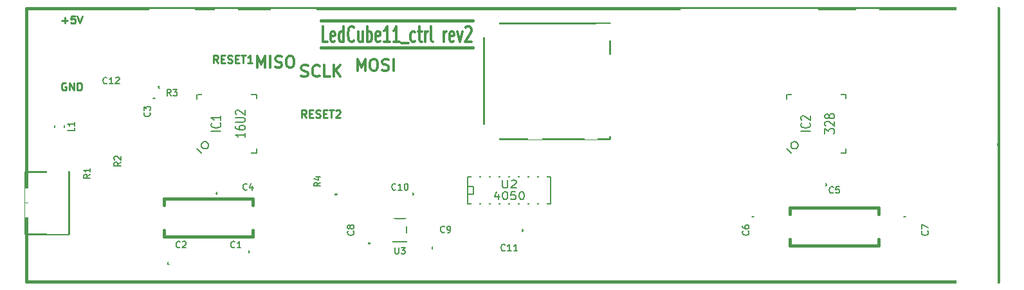
<source format=gto>
G04 (created by PCBNEW-RS274X (2012-apr-16-27)-stable) date 2013-01-24T21:57:43 CET*
G01*
G70*
G90*
%MOIN*%
G04 Gerber Fmt 3.4, Leading zero omitted, Abs format*
%FSLAX34Y34*%
G04 APERTURE LIST*
%ADD10C,0.006000*%
%ADD11C,0.015000*%
%ADD12C,0.012000*%
%ADD13C,0.009800*%
%ADD14C,0.005000*%
%ADD15C,0.008000*%
%ADD16C,0.010000*%
%ADD17C,0.003900*%
%ADD18C,0.006300*%
%ADD19C,0.009900*%
%ADD20C,0.098700*%
%ADD21R,0.037700X0.098700*%
%ADD22R,0.098700X0.037700*%
%ADD23R,0.240500X0.102700*%
%ADD24R,0.100000X0.080000*%
%ADD25R,0.050000X0.040000*%
%ADD26R,0.075000X0.055000*%
%ADD27R,0.055000X0.075000*%
%ADD28R,0.065000X0.045000*%
%ADD29R,0.040000X0.065000*%
%ADD30R,0.118400X0.216900*%
%ADD31R,0.216900X0.118400*%
%ADD32C,0.118400*%
%ADD33R,0.086100X0.051500*%
%ADD34R,0.079100X0.083000*%
%ADD35R,0.079100X0.086900*%
%ADD36R,0.086900X0.079100*%
%ADD37R,0.071200X0.070800*%
%ADD38R,0.075100X0.070800*%
%ADD39R,0.088900X0.035700*%
%ADD40R,0.118400X0.076100*%
%ADD41R,0.075100X0.098700*%
%ADD42R,0.116500X0.071200*%
%ADD43R,0.047600X0.091900*%
G04 APERTURE END LIST*
G54D10*
G54D11*
X21102Y-16850D02*
X28976Y-16850D01*
X21102Y-18268D02*
X28976Y-18268D01*
G54D12*
X21455Y-17962D02*
X21211Y-17962D01*
X21211Y-17162D01*
X21820Y-17924D02*
X21771Y-17962D01*
X21674Y-17962D01*
X21625Y-17924D01*
X21601Y-17848D01*
X21601Y-17543D01*
X21625Y-17467D01*
X21674Y-17428D01*
X21771Y-17428D01*
X21820Y-17467D01*
X21844Y-17543D01*
X21844Y-17619D01*
X21601Y-17695D01*
X22283Y-17962D02*
X22283Y-17162D01*
X22283Y-17924D02*
X22235Y-17962D01*
X22137Y-17962D01*
X22088Y-17924D01*
X22064Y-17886D01*
X22040Y-17809D01*
X22040Y-17581D01*
X22064Y-17505D01*
X22088Y-17467D01*
X22137Y-17428D01*
X22235Y-17428D01*
X22283Y-17467D01*
X22819Y-17886D02*
X22795Y-17924D01*
X22722Y-17962D01*
X22673Y-17962D01*
X22600Y-17924D01*
X22551Y-17848D01*
X22527Y-17771D01*
X22503Y-17619D01*
X22503Y-17505D01*
X22527Y-17352D01*
X22551Y-17276D01*
X22600Y-17200D01*
X22673Y-17162D01*
X22722Y-17162D01*
X22795Y-17200D01*
X22819Y-17238D01*
X23258Y-17428D02*
X23258Y-17962D01*
X23039Y-17428D02*
X23039Y-17848D01*
X23063Y-17924D01*
X23112Y-17962D01*
X23185Y-17962D01*
X23234Y-17924D01*
X23258Y-17886D01*
X23502Y-17962D02*
X23502Y-17162D01*
X23502Y-17467D02*
X23551Y-17428D01*
X23648Y-17428D01*
X23697Y-17467D01*
X23721Y-17505D01*
X23746Y-17581D01*
X23746Y-17809D01*
X23721Y-17886D01*
X23697Y-17924D01*
X23648Y-17962D01*
X23551Y-17962D01*
X23502Y-17924D01*
X24160Y-17924D02*
X24111Y-17962D01*
X24014Y-17962D01*
X23965Y-17924D01*
X23941Y-17848D01*
X23941Y-17543D01*
X23965Y-17467D01*
X24014Y-17428D01*
X24111Y-17428D01*
X24160Y-17467D01*
X24184Y-17543D01*
X24184Y-17619D01*
X23941Y-17695D01*
X24672Y-17962D02*
X24380Y-17962D01*
X24526Y-17962D02*
X24526Y-17162D01*
X24477Y-17276D01*
X24428Y-17352D01*
X24380Y-17390D01*
X25160Y-17962D02*
X24868Y-17962D01*
X25014Y-17962D02*
X25014Y-17162D01*
X24965Y-17276D01*
X24916Y-17352D01*
X24868Y-17390D01*
X25258Y-18038D02*
X25648Y-18038D01*
X25989Y-17924D02*
X25941Y-17962D01*
X25843Y-17962D01*
X25794Y-17924D01*
X25770Y-17886D01*
X25746Y-17809D01*
X25746Y-17581D01*
X25770Y-17505D01*
X25794Y-17467D01*
X25843Y-17428D01*
X25941Y-17428D01*
X25989Y-17467D01*
X26136Y-17428D02*
X26331Y-17428D01*
X26209Y-17162D02*
X26209Y-17848D01*
X26233Y-17924D01*
X26282Y-17962D01*
X26331Y-17962D01*
X26502Y-17962D02*
X26502Y-17428D01*
X26502Y-17581D02*
X26526Y-17505D01*
X26551Y-17467D01*
X26599Y-17428D01*
X26648Y-17428D01*
X26892Y-17962D02*
X26843Y-17924D01*
X26819Y-17848D01*
X26819Y-17162D01*
X27477Y-17962D02*
X27477Y-17428D01*
X27477Y-17581D02*
X27501Y-17505D01*
X27526Y-17467D01*
X27574Y-17428D01*
X27623Y-17428D01*
X27989Y-17924D02*
X27940Y-17962D01*
X27843Y-17962D01*
X27794Y-17924D01*
X27770Y-17848D01*
X27770Y-17543D01*
X27794Y-17467D01*
X27843Y-17428D01*
X27940Y-17428D01*
X27989Y-17467D01*
X28013Y-17543D01*
X28013Y-17619D01*
X27770Y-17695D01*
X28184Y-17428D02*
X28306Y-17962D01*
X28428Y-17428D01*
X28599Y-17238D02*
X28623Y-17200D01*
X28672Y-17162D01*
X28794Y-17162D01*
X28842Y-17200D01*
X28867Y-17238D01*
X28891Y-17314D01*
X28891Y-17390D01*
X28867Y-17505D01*
X28574Y-17962D01*
X28891Y-17962D01*
G54D11*
X05827Y-30394D02*
X05827Y-16220D01*
X56220Y-30394D02*
X05827Y-30394D01*
X56220Y-16220D02*
X56220Y-30394D01*
X05827Y-16220D02*
X56220Y-16220D01*
G54D13*
X07683Y-16859D02*
X07983Y-16859D01*
X07833Y-17009D02*
X07833Y-16709D01*
X08358Y-16615D02*
X08171Y-16615D01*
X08152Y-16803D01*
X08171Y-16784D01*
X08208Y-16766D01*
X08302Y-16766D01*
X08340Y-16784D01*
X08358Y-16803D01*
X08377Y-16841D01*
X08377Y-16934D01*
X08358Y-16972D01*
X08340Y-16991D01*
X08302Y-17009D01*
X08208Y-17009D01*
X08171Y-16991D01*
X08152Y-16972D01*
X08490Y-16615D02*
X08621Y-17009D01*
X08752Y-16615D01*
G54D10*
X17310Y-20225D02*
X17310Y-20675D01*
X15130Y-20225D02*
X15130Y-20665D01*
X17310Y-20225D02*
X15130Y-20225D01*
X17780Y-21105D02*
X18210Y-21105D01*
X17790Y-23315D02*
X18210Y-23315D01*
X18210Y-23325D02*
X18220Y-21105D01*
X14240Y-23305D02*
X14230Y-21135D01*
X14930Y-23735D02*
X17760Y-23735D01*
X14240Y-21125D02*
X14650Y-21125D01*
X14690Y-23485D02*
X14690Y-20705D01*
X17770Y-20685D02*
X14730Y-20685D01*
X17770Y-23735D02*
X17770Y-20735D01*
X15100Y-24185D02*
X17320Y-24185D01*
X17320Y-24185D02*
X17320Y-23735D01*
X14920Y-23731D02*
X14690Y-23501D01*
X15100Y-24183D02*
X15100Y-23731D01*
X14690Y-23305D02*
X14238Y-23305D01*
X15282Y-23323D02*
X15278Y-23359D01*
X15267Y-23394D01*
X15250Y-23427D01*
X15227Y-23455D01*
X15199Y-23478D01*
X15166Y-23496D01*
X15131Y-23507D01*
X15095Y-23510D01*
X15059Y-23507D01*
X15024Y-23497D01*
X14992Y-23480D01*
X14963Y-23457D01*
X14939Y-23429D01*
X14922Y-23397D01*
X14911Y-23362D01*
X14907Y-23325D01*
X14910Y-23290D01*
X14920Y-23254D01*
X14936Y-23222D01*
X14959Y-23193D01*
X14987Y-23169D01*
X15019Y-23151D01*
X15054Y-23140D01*
X15091Y-23136D01*
X15126Y-23138D01*
X15161Y-23148D01*
X15194Y-23165D01*
X15223Y-23187D01*
X15247Y-23215D01*
X15265Y-23247D01*
X15277Y-23282D01*
X15281Y-23318D01*
X15282Y-23323D01*
X47861Y-20225D02*
X47861Y-20675D01*
X45681Y-20225D02*
X45681Y-20665D01*
X47861Y-20225D02*
X45681Y-20225D01*
X48331Y-21105D02*
X48761Y-21105D01*
X48341Y-23315D02*
X48761Y-23315D01*
X48761Y-23325D02*
X48771Y-21105D01*
X44791Y-23305D02*
X44781Y-21135D01*
X45481Y-23735D02*
X48311Y-23735D01*
X44791Y-21125D02*
X45201Y-21125D01*
X45241Y-23485D02*
X45241Y-20705D01*
X48321Y-20685D02*
X45281Y-20685D01*
X48321Y-23735D02*
X48321Y-20735D01*
X45651Y-24185D02*
X47871Y-24185D01*
X47871Y-24185D02*
X47871Y-23735D01*
X45471Y-23731D02*
X45241Y-23501D01*
X45651Y-24183D02*
X45651Y-23731D01*
X45241Y-23305D02*
X44789Y-23305D01*
X45833Y-23323D02*
X45829Y-23359D01*
X45818Y-23394D01*
X45801Y-23427D01*
X45778Y-23455D01*
X45750Y-23478D01*
X45717Y-23496D01*
X45682Y-23507D01*
X45646Y-23510D01*
X45610Y-23507D01*
X45575Y-23497D01*
X45543Y-23480D01*
X45514Y-23457D01*
X45490Y-23429D01*
X45473Y-23397D01*
X45462Y-23362D01*
X45458Y-23325D01*
X45461Y-23290D01*
X45471Y-23254D01*
X45487Y-23222D01*
X45510Y-23193D01*
X45538Y-23169D01*
X45570Y-23151D01*
X45605Y-23140D01*
X45642Y-23136D01*
X45677Y-23138D01*
X45712Y-23148D01*
X45745Y-23165D01*
X45774Y-23187D01*
X45798Y-23215D01*
X45816Y-23247D01*
X45828Y-23282D01*
X45832Y-23318D01*
X45833Y-23323D01*
G54D11*
X12973Y-28071D02*
X17579Y-28071D01*
X17579Y-26103D02*
X12973Y-26103D01*
X17579Y-28071D02*
X17579Y-27737D01*
X17579Y-26103D02*
X17579Y-26437D01*
X12973Y-28071D02*
X12973Y-27737D01*
X12973Y-26103D02*
X12973Y-26437D01*
X50020Y-26575D02*
X45414Y-26575D01*
X45414Y-28543D02*
X50020Y-28543D01*
X45414Y-26575D02*
X45414Y-26909D01*
X45414Y-28543D02*
X45414Y-28209D01*
X50020Y-26575D02*
X50020Y-26909D01*
X50020Y-28543D02*
X50020Y-28209D01*
G54D14*
X09314Y-25882D02*
X10214Y-25882D01*
X10214Y-25882D02*
X10214Y-25232D01*
X09314Y-24532D02*
X09314Y-23882D01*
X09314Y-23882D02*
X10214Y-23882D01*
X10214Y-23882D02*
X10214Y-24532D01*
X09314Y-25232D02*
X09314Y-25882D01*
X10889Y-25252D02*
X11789Y-25252D01*
X11789Y-25252D02*
X11789Y-24602D01*
X10889Y-23902D02*
X10889Y-23252D01*
X10889Y-23252D02*
X11789Y-23252D01*
X11789Y-23252D02*
X11789Y-23902D01*
X10889Y-24602D02*
X10889Y-25252D01*
X25547Y-28317D02*
X24847Y-28317D01*
X24847Y-28317D02*
X24847Y-27117D01*
X24847Y-27117D02*
X25547Y-27117D01*
X25547Y-27117D02*
X25547Y-28317D01*
X23657Y-28367D02*
X23656Y-28376D01*
X23653Y-28386D01*
X23648Y-28394D01*
X23642Y-28402D01*
X23634Y-28408D01*
X23626Y-28413D01*
X23617Y-28415D01*
X23607Y-28416D01*
X23598Y-28416D01*
X23589Y-28413D01*
X23580Y-28408D01*
X23573Y-28402D01*
X23566Y-28395D01*
X23562Y-28386D01*
X23559Y-28377D01*
X23558Y-28367D01*
X23558Y-28358D01*
X23561Y-28349D01*
X23565Y-28340D01*
X23572Y-28333D01*
X23579Y-28326D01*
X23587Y-28322D01*
X23597Y-28319D01*
X23606Y-28318D01*
X23615Y-28318D01*
X23625Y-28321D01*
X23633Y-28325D01*
X23641Y-28331D01*
X23647Y-28339D01*
X23652Y-28347D01*
X23655Y-28356D01*
X23656Y-28366D01*
X23657Y-28367D01*
X23607Y-27917D02*
X23607Y-28317D01*
X23607Y-28317D02*
X23007Y-28317D01*
X23007Y-28317D02*
X23007Y-27917D01*
X23007Y-27517D02*
X23007Y-27117D01*
X23007Y-27117D02*
X23607Y-27117D01*
X23607Y-27117D02*
X23607Y-27517D01*
X26959Y-28646D02*
X26958Y-28655D01*
X26955Y-28665D01*
X26950Y-28673D01*
X26944Y-28681D01*
X26936Y-28687D01*
X26928Y-28692D01*
X26919Y-28694D01*
X26909Y-28695D01*
X26900Y-28695D01*
X26891Y-28692D01*
X26882Y-28687D01*
X26875Y-28681D01*
X26868Y-28674D01*
X26864Y-28665D01*
X26861Y-28656D01*
X26860Y-28646D01*
X26860Y-28637D01*
X26863Y-28628D01*
X26867Y-28619D01*
X26874Y-28612D01*
X26881Y-28605D01*
X26889Y-28601D01*
X26899Y-28598D01*
X26908Y-28597D01*
X26917Y-28597D01*
X26927Y-28600D01*
X26935Y-28604D01*
X26943Y-28610D01*
X26949Y-28618D01*
X26954Y-28626D01*
X26957Y-28635D01*
X26958Y-28645D01*
X26959Y-28646D01*
X27359Y-28646D02*
X26959Y-28646D01*
X26959Y-28646D02*
X26959Y-28046D01*
X26959Y-28046D02*
X27359Y-28046D01*
X27759Y-28046D02*
X28159Y-28046D01*
X28159Y-28046D02*
X28159Y-28646D01*
X28159Y-28646D02*
X27759Y-28646D01*
X25897Y-25842D02*
X25896Y-25851D01*
X25893Y-25861D01*
X25888Y-25869D01*
X25882Y-25877D01*
X25874Y-25883D01*
X25866Y-25888D01*
X25857Y-25890D01*
X25847Y-25891D01*
X25838Y-25891D01*
X25829Y-25888D01*
X25820Y-25883D01*
X25813Y-25877D01*
X25806Y-25870D01*
X25802Y-25861D01*
X25799Y-25852D01*
X25798Y-25842D01*
X25798Y-25833D01*
X25801Y-25824D01*
X25805Y-25815D01*
X25812Y-25808D01*
X25819Y-25801D01*
X25827Y-25797D01*
X25837Y-25794D01*
X25846Y-25793D01*
X25855Y-25793D01*
X25865Y-25796D01*
X25873Y-25800D01*
X25881Y-25806D01*
X25887Y-25814D01*
X25892Y-25822D01*
X25895Y-25831D01*
X25896Y-25841D01*
X25897Y-25842D01*
X25397Y-25842D02*
X25797Y-25842D01*
X25797Y-25842D02*
X25797Y-26442D01*
X25797Y-26442D02*
X25397Y-26442D01*
X24997Y-26442D02*
X24597Y-26442D01*
X24597Y-26442D02*
X24597Y-25842D01*
X24597Y-25842D02*
X24997Y-25842D01*
X17393Y-28834D02*
X17392Y-28843D01*
X17389Y-28853D01*
X17384Y-28861D01*
X17378Y-28869D01*
X17370Y-28875D01*
X17362Y-28880D01*
X17353Y-28882D01*
X17343Y-28883D01*
X17334Y-28883D01*
X17325Y-28880D01*
X17316Y-28875D01*
X17309Y-28869D01*
X17302Y-28862D01*
X17298Y-28853D01*
X17295Y-28844D01*
X17294Y-28834D01*
X17294Y-28825D01*
X17297Y-28816D01*
X17301Y-28807D01*
X17308Y-28800D01*
X17315Y-28793D01*
X17323Y-28789D01*
X17333Y-28786D01*
X17342Y-28785D01*
X17351Y-28785D01*
X17361Y-28788D01*
X17369Y-28792D01*
X17377Y-28798D01*
X17383Y-28806D01*
X17388Y-28814D01*
X17391Y-28823D01*
X17392Y-28833D01*
X17393Y-28834D01*
X16893Y-28834D02*
X17293Y-28834D01*
X17293Y-28834D02*
X17293Y-29434D01*
X17293Y-29434D02*
X16893Y-29434D01*
X16493Y-29434D02*
X16093Y-29434D01*
X16093Y-29434D02*
X16093Y-28834D01*
X16093Y-28834D02*
X16493Y-28834D01*
X13258Y-29434D02*
X13257Y-29443D01*
X13254Y-29453D01*
X13249Y-29461D01*
X13243Y-29469D01*
X13235Y-29475D01*
X13227Y-29480D01*
X13218Y-29482D01*
X13208Y-29483D01*
X13199Y-29483D01*
X13190Y-29480D01*
X13181Y-29475D01*
X13174Y-29469D01*
X13167Y-29462D01*
X13163Y-29453D01*
X13160Y-29444D01*
X13159Y-29434D01*
X13159Y-29425D01*
X13162Y-29416D01*
X13166Y-29407D01*
X13173Y-29400D01*
X13180Y-29393D01*
X13188Y-29389D01*
X13198Y-29386D01*
X13207Y-29385D01*
X13216Y-29385D01*
X13226Y-29388D01*
X13234Y-29392D01*
X13242Y-29398D01*
X13248Y-29406D01*
X13253Y-29414D01*
X13256Y-29423D01*
X13257Y-29433D01*
X13258Y-29434D01*
X13658Y-29434D02*
X13258Y-29434D01*
X13258Y-29434D02*
X13258Y-28834D01*
X13258Y-28834D02*
X13658Y-28834D01*
X14058Y-28834D02*
X14458Y-28834D01*
X14458Y-28834D02*
X14458Y-29434D01*
X14458Y-29434D02*
X14058Y-29434D01*
X12506Y-20925D02*
X12505Y-20934D01*
X12502Y-20944D01*
X12497Y-20952D01*
X12491Y-20960D01*
X12483Y-20966D01*
X12475Y-20971D01*
X12466Y-20973D01*
X12456Y-20974D01*
X12447Y-20974D01*
X12438Y-20971D01*
X12429Y-20966D01*
X12422Y-20960D01*
X12415Y-20953D01*
X12411Y-20944D01*
X12408Y-20935D01*
X12407Y-20925D01*
X12407Y-20916D01*
X12410Y-20907D01*
X12414Y-20898D01*
X12421Y-20891D01*
X12428Y-20884D01*
X12436Y-20880D01*
X12446Y-20877D01*
X12455Y-20876D01*
X12464Y-20876D01*
X12474Y-20879D01*
X12482Y-20883D01*
X12490Y-20889D01*
X12496Y-20897D01*
X12501Y-20905D01*
X12504Y-20914D01*
X12505Y-20924D01*
X12506Y-20925D01*
X12456Y-21375D02*
X12456Y-20975D01*
X12456Y-20975D02*
X13056Y-20975D01*
X13056Y-20975D02*
X13056Y-21375D01*
X13056Y-21775D02*
X13056Y-22175D01*
X13056Y-22175D02*
X12456Y-22175D01*
X12456Y-22175D02*
X12456Y-21775D01*
X15778Y-25812D02*
X15777Y-25821D01*
X15774Y-25831D01*
X15769Y-25839D01*
X15763Y-25847D01*
X15755Y-25853D01*
X15747Y-25858D01*
X15738Y-25860D01*
X15728Y-25861D01*
X15719Y-25861D01*
X15710Y-25858D01*
X15701Y-25853D01*
X15694Y-25847D01*
X15687Y-25840D01*
X15683Y-25831D01*
X15680Y-25822D01*
X15679Y-25812D01*
X15679Y-25803D01*
X15682Y-25794D01*
X15686Y-25785D01*
X15693Y-25778D01*
X15700Y-25771D01*
X15708Y-25767D01*
X15718Y-25764D01*
X15727Y-25763D01*
X15736Y-25763D01*
X15746Y-25766D01*
X15754Y-25770D01*
X15762Y-25776D01*
X15768Y-25784D01*
X15773Y-25792D01*
X15776Y-25801D01*
X15777Y-25811D01*
X15778Y-25812D01*
X16178Y-25812D02*
X15778Y-25812D01*
X15778Y-25812D02*
X15778Y-25212D01*
X15778Y-25212D02*
X16178Y-25212D01*
X16578Y-25212D02*
X16978Y-25212D01*
X16978Y-25212D02*
X16978Y-25812D01*
X16978Y-25812D02*
X16578Y-25812D01*
X47314Y-25369D02*
X47313Y-25378D01*
X47310Y-25388D01*
X47305Y-25396D01*
X47299Y-25404D01*
X47291Y-25410D01*
X47283Y-25415D01*
X47274Y-25417D01*
X47264Y-25418D01*
X47255Y-25418D01*
X47246Y-25415D01*
X47237Y-25410D01*
X47230Y-25404D01*
X47223Y-25397D01*
X47219Y-25388D01*
X47216Y-25379D01*
X47215Y-25369D01*
X47215Y-25360D01*
X47218Y-25351D01*
X47222Y-25342D01*
X47229Y-25335D01*
X47236Y-25328D01*
X47244Y-25324D01*
X47254Y-25321D01*
X47263Y-25320D01*
X47272Y-25320D01*
X47282Y-25323D01*
X47290Y-25327D01*
X47298Y-25333D01*
X47304Y-25341D01*
X47309Y-25349D01*
X47312Y-25358D01*
X47313Y-25368D01*
X47314Y-25369D01*
X46814Y-25369D02*
X47214Y-25369D01*
X47214Y-25369D02*
X47214Y-25969D01*
X47214Y-25969D02*
X46814Y-25969D01*
X46414Y-25969D02*
X46014Y-25969D01*
X46014Y-25969D02*
X46014Y-25369D01*
X46014Y-25369D02*
X46414Y-25369D01*
X43530Y-27067D02*
X43529Y-27076D01*
X43526Y-27086D01*
X43521Y-27094D01*
X43515Y-27102D01*
X43507Y-27108D01*
X43499Y-27113D01*
X43490Y-27115D01*
X43480Y-27116D01*
X43471Y-27116D01*
X43462Y-27113D01*
X43453Y-27108D01*
X43446Y-27102D01*
X43439Y-27095D01*
X43435Y-27086D01*
X43432Y-27077D01*
X43431Y-27067D01*
X43431Y-27058D01*
X43434Y-27049D01*
X43438Y-27040D01*
X43445Y-27033D01*
X43452Y-27026D01*
X43460Y-27022D01*
X43470Y-27019D01*
X43479Y-27018D01*
X43488Y-27018D01*
X43498Y-27021D01*
X43506Y-27025D01*
X43514Y-27031D01*
X43520Y-27039D01*
X43525Y-27047D01*
X43528Y-27056D01*
X43529Y-27066D01*
X43530Y-27067D01*
X43480Y-27517D02*
X43480Y-27117D01*
X43480Y-27117D02*
X44080Y-27117D01*
X44080Y-27117D02*
X44080Y-27517D01*
X44080Y-27917D02*
X44080Y-28317D01*
X44080Y-28317D02*
X43480Y-28317D01*
X43480Y-28317D02*
X43480Y-27917D01*
X51404Y-27067D02*
X51403Y-27076D01*
X51400Y-27086D01*
X51395Y-27094D01*
X51389Y-27102D01*
X51381Y-27108D01*
X51373Y-27113D01*
X51364Y-27115D01*
X51354Y-27116D01*
X51345Y-27116D01*
X51336Y-27113D01*
X51327Y-27108D01*
X51320Y-27102D01*
X51313Y-27095D01*
X51309Y-27086D01*
X51306Y-27077D01*
X51305Y-27067D01*
X51305Y-27058D01*
X51308Y-27049D01*
X51312Y-27040D01*
X51319Y-27033D01*
X51326Y-27026D01*
X51334Y-27022D01*
X51344Y-27019D01*
X51353Y-27018D01*
X51362Y-27018D01*
X51372Y-27021D01*
X51380Y-27025D01*
X51388Y-27031D01*
X51394Y-27039D01*
X51399Y-27047D01*
X51402Y-27056D01*
X51403Y-27066D01*
X51404Y-27067D01*
X51354Y-27517D02*
X51354Y-27117D01*
X51354Y-27117D02*
X51954Y-27117D01*
X51954Y-27117D02*
X51954Y-27517D01*
X51954Y-27917D02*
X51954Y-28317D01*
X51954Y-28317D02*
X51354Y-28317D01*
X51354Y-28317D02*
X51354Y-27917D01*
X07809Y-21912D02*
X07809Y-22812D01*
X07809Y-22812D02*
X07309Y-22812D01*
X07309Y-22812D02*
X07309Y-21912D01*
X07309Y-21912D02*
X07809Y-21912D01*
X12786Y-20300D02*
X12785Y-20309D01*
X12782Y-20319D01*
X12777Y-20327D01*
X12771Y-20335D01*
X12763Y-20341D01*
X12755Y-20346D01*
X12746Y-20348D01*
X12736Y-20349D01*
X12727Y-20349D01*
X12718Y-20346D01*
X12709Y-20341D01*
X12702Y-20335D01*
X12695Y-20328D01*
X12691Y-20319D01*
X12688Y-20310D01*
X12687Y-20300D01*
X12687Y-20291D01*
X12690Y-20282D01*
X12694Y-20273D01*
X12701Y-20266D01*
X12708Y-20259D01*
X12716Y-20255D01*
X12726Y-20252D01*
X12735Y-20251D01*
X12744Y-20251D01*
X12754Y-20254D01*
X12762Y-20258D01*
X12770Y-20264D01*
X12776Y-20272D01*
X12781Y-20280D01*
X12784Y-20289D01*
X12785Y-20299D01*
X12786Y-20300D01*
X13186Y-20300D02*
X12786Y-20300D01*
X12786Y-20300D02*
X12786Y-19700D01*
X12786Y-19700D02*
X13186Y-19700D01*
X13586Y-19700D02*
X13986Y-19700D01*
X13986Y-19700D02*
X13986Y-20300D01*
X13986Y-20300D02*
X13586Y-20300D01*
X21925Y-25847D02*
X21924Y-25856D01*
X21921Y-25866D01*
X21916Y-25874D01*
X21910Y-25882D01*
X21902Y-25888D01*
X21894Y-25893D01*
X21885Y-25895D01*
X21875Y-25896D01*
X21866Y-25896D01*
X21857Y-25893D01*
X21848Y-25888D01*
X21841Y-25882D01*
X21834Y-25875D01*
X21830Y-25866D01*
X21827Y-25857D01*
X21826Y-25847D01*
X21826Y-25838D01*
X21829Y-25829D01*
X21833Y-25820D01*
X21840Y-25813D01*
X21847Y-25806D01*
X21855Y-25802D01*
X21865Y-25799D01*
X21874Y-25798D01*
X21883Y-25798D01*
X21893Y-25801D01*
X21901Y-25805D01*
X21909Y-25811D01*
X21915Y-25819D01*
X21920Y-25827D01*
X21923Y-25836D01*
X21924Y-25846D01*
X21925Y-25847D01*
X21875Y-25397D02*
X21875Y-25797D01*
X21875Y-25797D02*
X21275Y-25797D01*
X21275Y-25797D02*
X21275Y-25397D01*
X21275Y-24997D02*
X21275Y-24597D01*
X21275Y-24597D02*
X21875Y-24597D01*
X21875Y-24597D02*
X21875Y-24997D01*
X31566Y-27731D02*
X31565Y-27740D01*
X31562Y-27750D01*
X31557Y-27758D01*
X31551Y-27766D01*
X31543Y-27772D01*
X31535Y-27777D01*
X31526Y-27779D01*
X31516Y-27780D01*
X31507Y-27780D01*
X31498Y-27777D01*
X31489Y-27772D01*
X31482Y-27766D01*
X31475Y-27759D01*
X31471Y-27750D01*
X31468Y-27741D01*
X31467Y-27731D01*
X31467Y-27722D01*
X31470Y-27713D01*
X31474Y-27704D01*
X31481Y-27697D01*
X31488Y-27690D01*
X31496Y-27686D01*
X31506Y-27683D01*
X31515Y-27682D01*
X31524Y-27682D01*
X31534Y-27685D01*
X31542Y-27689D01*
X31550Y-27695D01*
X31556Y-27703D01*
X31561Y-27711D01*
X31564Y-27720D01*
X31565Y-27730D01*
X31566Y-27731D01*
X31066Y-27731D02*
X31466Y-27731D01*
X31466Y-27731D02*
X31466Y-28331D01*
X31466Y-28331D02*
X31066Y-28331D01*
X30666Y-28331D02*
X30266Y-28331D01*
X30266Y-28331D02*
X30266Y-27731D01*
X30266Y-27731D02*
X30666Y-27731D01*
G54D15*
X28716Y-24969D02*
X33016Y-24969D01*
X33016Y-24969D02*
X33016Y-26369D01*
X33016Y-26369D02*
X28716Y-26369D01*
X28716Y-26369D02*
X28716Y-24969D01*
X28716Y-25469D02*
X29016Y-25469D01*
X29016Y-25469D02*
X29016Y-25869D01*
X29016Y-25869D02*
X28716Y-25869D01*
G54D14*
X09786Y-19583D02*
X10686Y-19583D01*
X10686Y-19583D02*
X10686Y-18933D01*
X09786Y-18233D02*
X09786Y-17583D01*
X09786Y-17583D02*
X10686Y-17583D01*
X10686Y-17583D02*
X10686Y-18233D01*
X09786Y-18933D02*
X09786Y-19583D01*
G54D16*
X29527Y-17008D02*
X29527Y-22992D01*
X29527Y-22992D02*
X36063Y-22992D01*
X36063Y-22992D02*
X36063Y-17087D01*
G54D17*
X36063Y-17087D02*
X36063Y-17008D01*
G54D16*
X36063Y-17008D02*
X29527Y-17008D01*
X05788Y-27913D02*
X08032Y-27913D01*
X08032Y-27913D02*
X08032Y-24685D01*
X08032Y-24685D02*
X05788Y-24685D01*
X05788Y-24685D02*
X05788Y-27913D01*
G54D15*
X15922Y-22595D02*
X15422Y-22595D01*
X15875Y-22176D02*
X15899Y-22195D01*
X15922Y-22252D01*
X15922Y-22290D01*
X15899Y-22348D01*
X15851Y-22386D01*
X15803Y-22405D01*
X15708Y-22424D01*
X15637Y-22424D01*
X15541Y-22405D01*
X15494Y-22386D01*
X15446Y-22348D01*
X15422Y-22290D01*
X15422Y-22252D01*
X15446Y-22195D01*
X15470Y-22176D01*
X15922Y-21795D02*
X15922Y-22024D01*
X15922Y-21910D02*
X15422Y-21910D01*
X15494Y-21948D01*
X15541Y-21986D01*
X15565Y-22024D01*
X17172Y-22681D02*
X17172Y-22910D01*
X17172Y-22796D02*
X16672Y-22796D01*
X16744Y-22834D01*
X16791Y-22872D01*
X16815Y-22910D01*
X16672Y-22338D02*
X16672Y-22415D01*
X16696Y-22453D01*
X16720Y-22472D01*
X16791Y-22510D01*
X16887Y-22529D01*
X17077Y-22529D01*
X17125Y-22510D01*
X17149Y-22491D01*
X17172Y-22453D01*
X17172Y-22376D01*
X17149Y-22338D01*
X17125Y-22319D01*
X17077Y-22300D01*
X16958Y-22300D01*
X16910Y-22319D01*
X16887Y-22338D01*
X16863Y-22376D01*
X16863Y-22453D01*
X16887Y-22491D01*
X16910Y-22510D01*
X16958Y-22529D01*
X16672Y-22129D02*
X17077Y-22129D01*
X17125Y-22110D01*
X17149Y-22091D01*
X17172Y-22053D01*
X17172Y-21976D01*
X17149Y-21938D01*
X17125Y-21919D01*
X17077Y-21900D01*
X16672Y-21900D01*
X16720Y-21729D02*
X16696Y-21710D01*
X16672Y-21672D01*
X16672Y-21576D01*
X16696Y-21538D01*
X16720Y-21519D01*
X16768Y-21500D01*
X16815Y-21500D01*
X16887Y-21519D01*
X17172Y-21748D01*
X17172Y-21500D01*
X46473Y-22595D02*
X45973Y-22595D01*
X46426Y-22176D02*
X46450Y-22195D01*
X46473Y-22252D01*
X46473Y-22290D01*
X46450Y-22348D01*
X46402Y-22386D01*
X46354Y-22405D01*
X46259Y-22424D01*
X46188Y-22424D01*
X46092Y-22405D01*
X46045Y-22386D01*
X45997Y-22348D01*
X45973Y-22290D01*
X45973Y-22252D01*
X45997Y-22195D01*
X46021Y-22176D01*
X46021Y-22024D02*
X45997Y-22005D01*
X45973Y-21967D01*
X45973Y-21871D01*
X45997Y-21833D01*
X46021Y-21814D01*
X46069Y-21795D01*
X46116Y-21795D01*
X46188Y-21814D01*
X46473Y-22043D01*
X46473Y-21795D01*
X47223Y-22719D02*
X47223Y-22471D01*
X47414Y-22605D01*
X47414Y-22547D01*
X47438Y-22509D01*
X47461Y-22490D01*
X47509Y-22471D01*
X47628Y-22471D01*
X47676Y-22490D01*
X47700Y-22509D01*
X47723Y-22547D01*
X47723Y-22662D01*
X47700Y-22700D01*
X47676Y-22719D01*
X47271Y-22319D02*
X47247Y-22300D01*
X47223Y-22262D01*
X47223Y-22166D01*
X47247Y-22128D01*
X47271Y-22109D01*
X47319Y-22090D01*
X47366Y-22090D01*
X47438Y-22109D01*
X47723Y-22338D01*
X47723Y-22090D01*
X47438Y-21862D02*
X47414Y-21900D01*
X47390Y-21919D01*
X47342Y-21938D01*
X47319Y-21938D01*
X47271Y-21919D01*
X47247Y-21900D01*
X47223Y-21862D01*
X47223Y-21785D01*
X47247Y-21747D01*
X47271Y-21728D01*
X47319Y-21709D01*
X47342Y-21709D01*
X47390Y-21728D01*
X47414Y-21747D01*
X47438Y-21785D01*
X47438Y-21862D01*
X47461Y-21900D01*
X47485Y-21919D01*
X47533Y-21938D01*
X47628Y-21938D01*
X47676Y-21919D01*
X47700Y-21900D01*
X47723Y-21862D01*
X47723Y-21785D01*
X47700Y-21747D01*
X47676Y-21728D01*
X47628Y-21709D01*
X47533Y-21709D01*
X47485Y-21728D01*
X47461Y-21747D01*
X47438Y-21785D01*
G54D18*
X09149Y-24838D02*
X08990Y-24949D01*
X09149Y-25029D02*
X08814Y-25029D01*
X08814Y-24902D01*
X08830Y-24870D01*
X08846Y-24854D01*
X08878Y-24838D01*
X08926Y-24838D01*
X08958Y-24854D01*
X08974Y-24870D01*
X08990Y-24902D01*
X08990Y-25029D01*
X09149Y-24519D02*
X09149Y-24710D01*
X09149Y-24614D02*
X08814Y-24614D01*
X08862Y-24646D01*
X08894Y-24678D01*
X08910Y-24710D01*
X10724Y-24208D02*
X10565Y-24319D01*
X10724Y-24399D02*
X10389Y-24399D01*
X10389Y-24272D01*
X10405Y-24240D01*
X10421Y-24224D01*
X10453Y-24208D01*
X10501Y-24208D01*
X10533Y-24224D01*
X10549Y-24240D01*
X10565Y-24272D01*
X10565Y-24399D01*
X10421Y-24080D02*
X10405Y-24064D01*
X10389Y-24032D01*
X10389Y-23953D01*
X10405Y-23921D01*
X10421Y-23905D01*
X10453Y-23889D01*
X10485Y-23889D01*
X10533Y-23905D01*
X10724Y-24096D01*
X10724Y-23889D01*
X24942Y-28619D02*
X24942Y-28890D01*
X24958Y-28922D01*
X24974Y-28938D01*
X25006Y-28954D01*
X25069Y-28954D01*
X25101Y-28938D01*
X25117Y-28922D01*
X25133Y-28890D01*
X25133Y-28619D01*
X25261Y-28619D02*
X25468Y-28619D01*
X25357Y-28747D01*
X25404Y-28747D01*
X25436Y-28763D01*
X25452Y-28779D01*
X25468Y-28811D01*
X25468Y-28890D01*
X25452Y-28922D01*
X25436Y-28938D01*
X25404Y-28954D01*
X25309Y-28954D01*
X25277Y-28938D01*
X25261Y-28922D01*
X22780Y-27773D02*
X22796Y-27789D01*
X22812Y-27837D01*
X22812Y-27869D01*
X22796Y-27916D01*
X22764Y-27948D01*
X22732Y-27964D01*
X22669Y-27980D01*
X22621Y-27980D01*
X22557Y-27964D01*
X22525Y-27948D01*
X22493Y-27916D01*
X22477Y-27869D01*
X22477Y-27837D01*
X22493Y-27789D01*
X22509Y-27773D01*
X22621Y-27581D02*
X22605Y-27613D01*
X22589Y-27629D01*
X22557Y-27645D01*
X22541Y-27645D01*
X22509Y-27629D01*
X22493Y-27613D01*
X22477Y-27581D01*
X22477Y-27518D01*
X22493Y-27486D01*
X22509Y-27470D01*
X22541Y-27454D01*
X22557Y-27454D01*
X22589Y-27470D01*
X22605Y-27486D01*
X22621Y-27518D01*
X22621Y-27581D01*
X22637Y-27613D01*
X22653Y-27629D01*
X22684Y-27645D01*
X22748Y-27645D01*
X22780Y-27629D01*
X22796Y-27613D01*
X22812Y-27581D01*
X22812Y-27518D01*
X22796Y-27486D01*
X22780Y-27470D01*
X22748Y-27454D01*
X22684Y-27454D01*
X22653Y-27470D01*
X22637Y-27486D01*
X22621Y-27518D01*
X27503Y-27820D02*
X27487Y-27836D01*
X27439Y-27852D01*
X27407Y-27852D01*
X27360Y-27836D01*
X27328Y-27804D01*
X27312Y-27772D01*
X27296Y-27709D01*
X27296Y-27661D01*
X27312Y-27597D01*
X27328Y-27565D01*
X27360Y-27533D01*
X27407Y-27517D01*
X27439Y-27517D01*
X27487Y-27533D01*
X27503Y-27549D01*
X27663Y-27852D02*
X27727Y-27852D01*
X27758Y-27836D01*
X27774Y-27820D01*
X27806Y-27772D01*
X27822Y-27709D01*
X27822Y-27581D01*
X27806Y-27549D01*
X27790Y-27533D01*
X27758Y-27517D01*
X27695Y-27517D01*
X27663Y-27533D01*
X27647Y-27549D01*
X27631Y-27581D01*
X27631Y-27661D01*
X27647Y-27693D01*
X27663Y-27709D01*
X27695Y-27724D01*
X27758Y-27724D01*
X27790Y-27709D01*
X27806Y-27693D01*
X27822Y-27661D01*
X24982Y-25615D02*
X24966Y-25631D01*
X24918Y-25647D01*
X24886Y-25647D01*
X24839Y-25631D01*
X24807Y-25599D01*
X24791Y-25567D01*
X24775Y-25504D01*
X24775Y-25456D01*
X24791Y-25392D01*
X24807Y-25360D01*
X24839Y-25328D01*
X24886Y-25312D01*
X24918Y-25312D01*
X24966Y-25328D01*
X24982Y-25344D01*
X25301Y-25647D02*
X25110Y-25647D01*
X25206Y-25647D02*
X25206Y-25312D01*
X25174Y-25360D01*
X25142Y-25392D01*
X25110Y-25408D01*
X25509Y-25312D02*
X25540Y-25312D01*
X25572Y-25328D01*
X25588Y-25344D01*
X25604Y-25376D01*
X25620Y-25440D01*
X25620Y-25519D01*
X25604Y-25583D01*
X25588Y-25615D01*
X25572Y-25631D01*
X25540Y-25647D01*
X25509Y-25647D01*
X25477Y-25631D01*
X25461Y-25615D01*
X25445Y-25583D01*
X25429Y-25519D01*
X25429Y-25440D01*
X25445Y-25376D01*
X25461Y-25344D01*
X25477Y-25328D01*
X25509Y-25312D01*
X16637Y-28607D02*
X16621Y-28623D01*
X16573Y-28639D01*
X16541Y-28639D01*
X16494Y-28623D01*
X16462Y-28591D01*
X16446Y-28559D01*
X16430Y-28496D01*
X16430Y-28448D01*
X16446Y-28384D01*
X16462Y-28352D01*
X16494Y-28320D01*
X16541Y-28304D01*
X16573Y-28304D01*
X16621Y-28320D01*
X16637Y-28336D01*
X16956Y-28639D02*
X16765Y-28639D01*
X16861Y-28639D02*
X16861Y-28304D01*
X16829Y-28352D01*
X16797Y-28384D01*
X16765Y-28400D01*
X13802Y-28607D02*
X13786Y-28623D01*
X13738Y-28639D01*
X13706Y-28639D01*
X13659Y-28623D01*
X13627Y-28591D01*
X13611Y-28559D01*
X13595Y-28496D01*
X13595Y-28448D01*
X13611Y-28384D01*
X13627Y-28352D01*
X13659Y-28320D01*
X13706Y-28304D01*
X13738Y-28304D01*
X13786Y-28320D01*
X13802Y-28336D01*
X13930Y-28336D02*
X13946Y-28320D01*
X13978Y-28304D01*
X14057Y-28304D01*
X14089Y-28320D01*
X14105Y-28336D01*
X14121Y-28368D01*
X14121Y-28400D01*
X14105Y-28448D01*
X13914Y-28639D01*
X14121Y-28639D01*
X12229Y-21631D02*
X12245Y-21647D01*
X12261Y-21695D01*
X12261Y-21727D01*
X12245Y-21774D01*
X12213Y-21806D01*
X12181Y-21822D01*
X12118Y-21838D01*
X12070Y-21838D01*
X12006Y-21822D01*
X11974Y-21806D01*
X11942Y-21774D01*
X11926Y-21727D01*
X11926Y-21695D01*
X11942Y-21647D01*
X11958Y-21631D01*
X11926Y-21519D02*
X11926Y-21312D01*
X12054Y-21423D01*
X12054Y-21376D01*
X12070Y-21344D01*
X12086Y-21328D01*
X12118Y-21312D01*
X12197Y-21312D01*
X12229Y-21328D01*
X12245Y-21344D01*
X12261Y-21376D01*
X12261Y-21471D01*
X12245Y-21503D01*
X12229Y-21519D01*
X17267Y-25615D02*
X17251Y-25631D01*
X17203Y-25647D01*
X17171Y-25647D01*
X17124Y-25631D01*
X17092Y-25599D01*
X17076Y-25567D01*
X17060Y-25504D01*
X17060Y-25456D01*
X17076Y-25392D01*
X17092Y-25360D01*
X17124Y-25328D01*
X17171Y-25312D01*
X17203Y-25312D01*
X17251Y-25328D01*
X17267Y-25344D01*
X17554Y-25424D02*
X17554Y-25647D01*
X17475Y-25296D02*
X17395Y-25535D01*
X17602Y-25535D01*
X47661Y-25772D02*
X47645Y-25788D01*
X47597Y-25804D01*
X47565Y-25804D01*
X47518Y-25788D01*
X47486Y-25756D01*
X47470Y-25724D01*
X47454Y-25661D01*
X47454Y-25613D01*
X47470Y-25549D01*
X47486Y-25517D01*
X47518Y-25485D01*
X47565Y-25469D01*
X47597Y-25469D01*
X47645Y-25485D01*
X47661Y-25501D01*
X47964Y-25469D02*
X47805Y-25469D01*
X47789Y-25629D01*
X47805Y-25613D01*
X47837Y-25597D01*
X47916Y-25597D01*
X47948Y-25613D01*
X47964Y-25629D01*
X47980Y-25661D01*
X47980Y-25740D01*
X47964Y-25772D01*
X47948Y-25788D01*
X47916Y-25804D01*
X47837Y-25804D01*
X47805Y-25788D01*
X47789Y-25772D01*
X43253Y-27773D02*
X43269Y-27789D01*
X43285Y-27837D01*
X43285Y-27869D01*
X43269Y-27916D01*
X43237Y-27948D01*
X43205Y-27964D01*
X43142Y-27980D01*
X43094Y-27980D01*
X43030Y-27964D01*
X42998Y-27948D01*
X42966Y-27916D01*
X42950Y-27869D01*
X42950Y-27837D01*
X42966Y-27789D01*
X42982Y-27773D01*
X42950Y-27486D02*
X42950Y-27549D01*
X42966Y-27581D01*
X42982Y-27597D01*
X43030Y-27629D01*
X43094Y-27645D01*
X43221Y-27645D01*
X43253Y-27629D01*
X43269Y-27613D01*
X43285Y-27581D01*
X43285Y-27518D01*
X43269Y-27486D01*
X43253Y-27470D01*
X43221Y-27454D01*
X43142Y-27454D01*
X43110Y-27470D01*
X43094Y-27486D01*
X43078Y-27518D01*
X43078Y-27581D01*
X43094Y-27613D01*
X43110Y-27629D01*
X43142Y-27645D01*
X52544Y-27773D02*
X52560Y-27789D01*
X52576Y-27837D01*
X52576Y-27869D01*
X52560Y-27916D01*
X52528Y-27948D01*
X52496Y-27964D01*
X52433Y-27980D01*
X52385Y-27980D01*
X52321Y-27964D01*
X52289Y-27948D01*
X52257Y-27916D01*
X52241Y-27869D01*
X52241Y-27837D01*
X52257Y-27789D01*
X52273Y-27773D01*
X52241Y-27661D02*
X52241Y-27438D01*
X52576Y-27581D01*
X08324Y-22418D02*
X08324Y-22577D01*
X07989Y-22577D01*
X08324Y-22131D02*
X08324Y-22322D01*
X08324Y-22226D02*
X07989Y-22226D01*
X08037Y-22258D01*
X08069Y-22290D01*
X08085Y-22322D01*
X13330Y-20765D02*
X13219Y-20606D01*
X13139Y-20765D02*
X13139Y-20430D01*
X13266Y-20430D01*
X13298Y-20446D01*
X13314Y-20462D01*
X13330Y-20494D01*
X13330Y-20542D01*
X13314Y-20574D01*
X13298Y-20590D01*
X13266Y-20606D01*
X13139Y-20606D01*
X13442Y-20430D02*
X13649Y-20430D01*
X13538Y-20558D01*
X13585Y-20558D01*
X13617Y-20574D01*
X13633Y-20590D01*
X13649Y-20622D01*
X13649Y-20701D01*
X13633Y-20733D01*
X13617Y-20749D01*
X13585Y-20765D01*
X13490Y-20765D01*
X13458Y-20749D01*
X13442Y-20733D01*
X21080Y-25253D02*
X20921Y-25364D01*
X21080Y-25444D02*
X20745Y-25444D01*
X20745Y-25317D01*
X20761Y-25285D01*
X20777Y-25269D01*
X20809Y-25253D01*
X20857Y-25253D01*
X20889Y-25269D01*
X20905Y-25285D01*
X20921Y-25317D01*
X20921Y-25444D01*
X20857Y-24966D02*
X21080Y-24966D01*
X20729Y-25045D02*
X20968Y-25125D01*
X20968Y-24918D01*
X30651Y-28764D02*
X30635Y-28780D01*
X30587Y-28796D01*
X30555Y-28796D01*
X30508Y-28780D01*
X30476Y-28748D01*
X30460Y-28716D01*
X30444Y-28653D01*
X30444Y-28605D01*
X30460Y-28541D01*
X30476Y-28509D01*
X30508Y-28477D01*
X30555Y-28461D01*
X30587Y-28461D01*
X30635Y-28477D01*
X30651Y-28493D01*
X30970Y-28796D02*
X30779Y-28796D01*
X30875Y-28796D02*
X30875Y-28461D01*
X30843Y-28509D01*
X30811Y-28541D01*
X30779Y-28557D01*
X31289Y-28796D02*
X31098Y-28796D01*
X31194Y-28796D02*
X31194Y-28461D01*
X31162Y-28509D01*
X31130Y-28541D01*
X31098Y-28557D01*
G54D14*
X30523Y-25131D02*
X30523Y-25455D01*
X30545Y-25493D01*
X30566Y-25512D01*
X30609Y-25531D01*
X30695Y-25531D01*
X30737Y-25512D01*
X30759Y-25493D01*
X30780Y-25455D01*
X30780Y-25131D01*
X30973Y-25169D02*
X30994Y-25150D01*
X31037Y-25131D01*
X31144Y-25131D01*
X31187Y-25150D01*
X31208Y-25169D01*
X31230Y-25207D01*
X31230Y-25245D01*
X31208Y-25302D01*
X30951Y-25531D01*
X31230Y-25531D01*
X30308Y-25864D02*
X30308Y-26131D01*
X30201Y-25712D02*
X30094Y-25998D01*
X30372Y-25998D01*
X30630Y-25731D02*
X30673Y-25731D01*
X30716Y-25750D01*
X30737Y-25769D01*
X30758Y-25807D01*
X30780Y-25883D01*
X30780Y-25979D01*
X30758Y-26055D01*
X30737Y-26093D01*
X30716Y-26112D01*
X30673Y-26131D01*
X30630Y-26131D01*
X30587Y-26112D01*
X30566Y-26093D01*
X30544Y-26055D01*
X30523Y-25979D01*
X30523Y-25883D01*
X30544Y-25807D01*
X30566Y-25769D01*
X30587Y-25750D01*
X30630Y-25731D01*
X31187Y-25731D02*
X30973Y-25731D01*
X30952Y-25921D01*
X30973Y-25902D01*
X31016Y-25883D01*
X31123Y-25883D01*
X31166Y-25902D01*
X31187Y-25921D01*
X31209Y-25959D01*
X31209Y-26055D01*
X31187Y-26093D01*
X31166Y-26112D01*
X31123Y-26131D01*
X31016Y-26131D01*
X30973Y-26112D01*
X30952Y-26093D01*
X31488Y-25731D02*
X31531Y-25731D01*
X31574Y-25750D01*
X31595Y-25769D01*
X31616Y-25807D01*
X31638Y-25883D01*
X31638Y-25979D01*
X31616Y-26055D01*
X31595Y-26093D01*
X31574Y-26112D01*
X31531Y-26131D01*
X31488Y-26131D01*
X31445Y-26112D01*
X31424Y-26093D01*
X31402Y-26055D01*
X31381Y-25979D01*
X31381Y-25883D01*
X31402Y-25807D01*
X31424Y-25769D01*
X31445Y-25750D01*
X31488Y-25731D01*
G54D18*
X10021Y-20103D02*
X10005Y-20119D01*
X09957Y-20135D01*
X09925Y-20135D01*
X09878Y-20119D01*
X09846Y-20087D01*
X09830Y-20055D01*
X09814Y-19992D01*
X09814Y-19944D01*
X09830Y-19880D01*
X09846Y-19848D01*
X09878Y-19816D01*
X09925Y-19800D01*
X09957Y-19800D01*
X10005Y-19816D01*
X10021Y-19832D01*
X10340Y-20135D02*
X10149Y-20135D01*
X10245Y-20135D02*
X10245Y-19800D01*
X10213Y-19848D01*
X10181Y-19880D01*
X10149Y-19896D01*
X10468Y-19832D02*
X10484Y-19816D01*
X10516Y-19800D01*
X10595Y-19800D01*
X10627Y-19816D01*
X10643Y-19832D01*
X10659Y-19864D01*
X10659Y-19896D01*
X10643Y-19944D01*
X10452Y-20135D01*
X10659Y-20135D01*
G54D13*
X15776Y-19057D02*
X15645Y-18870D01*
X15551Y-19057D02*
X15551Y-18663D01*
X15701Y-18663D01*
X15738Y-18682D01*
X15757Y-18701D01*
X15776Y-18739D01*
X15776Y-18795D01*
X15757Y-18832D01*
X15738Y-18851D01*
X15701Y-18870D01*
X15551Y-18870D01*
X15945Y-18851D02*
X16076Y-18851D01*
X16132Y-19057D02*
X15945Y-19057D01*
X15945Y-18663D01*
X16132Y-18663D01*
X16282Y-19039D02*
X16338Y-19057D01*
X16432Y-19057D01*
X16470Y-19039D01*
X16488Y-19020D01*
X16507Y-18982D01*
X16507Y-18945D01*
X16488Y-18907D01*
X16470Y-18889D01*
X16432Y-18870D01*
X16357Y-18851D01*
X16320Y-18832D01*
X16301Y-18814D01*
X16282Y-18776D01*
X16282Y-18739D01*
X16301Y-18701D01*
X16320Y-18682D01*
X16357Y-18663D01*
X16451Y-18663D01*
X16507Y-18682D01*
X16676Y-18851D02*
X16807Y-18851D01*
X16863Y-19057D02*
X16676Y-19057D01*
X16676Y-18663D01*
X16863Y-18663D01*
X16976Y-18663D02*
X17201Y-18663D01*
X17088Y-19057D02*
X17088Y-18663D01*
X17538Y-19057D02*
X17313Y-19057D01*
X17426Y-19057D02*
X17426Y-18663D01*
X17388Y-18720D01*
X17351Y-18757D01*
X17313Y-18776D01*
X07889Y-20099D02*
X07852Y-20080D01*
X07795Y-20080D01*
X07739Y-20099D01*
X07702Y-20137D01*
X07683Y-20174D01*
X07664Y-20249D01*
X07664Y-20306D01*
X07683Y-20381D01*
X07702Y-20418D01*
X07739Y-20456D01*
X07795Y-20474D01*
X07833Y-20474D01*
X07889Y-20456D01*
X07908Y-20437D01*
X07908Y-20306D01*
X07833Y-20306D01*
X08077Y-20474D02*
X08077Y-20080D01*
X08302Y-20474D01*
X08302Y-20080D01*
X08490Y-20474D02*
X08490Y-20080D01*
X08584Y-20080D01*
X08640Y-20099D01*
X08677Y-20137D01*
X08696Y-20174D01*
X08715Y-20249D01*
X08715Y-20306D01*
X08696Y-20381D01*
X08677Y-20418D01*
X08640Y-20456D01*
X08584Y-20474D01*
X08490Y-20474D01*
G54D19*
X20343Y-21891D02*
X20212Y-21704D01*
X20118Y-21891D02*
X20118Y-21497D01*
X20268Y-21497D01*
X20305Y-21516D01*
X20324Y-21535D01*
X20343Y-21573D01*
X20343Y-21629D01*
X20324Y-21666D01*
X20305Y-21685D01*
X20268Y-21704D01*
X20118Y-21704D01*
X20512Y-21685D02*
X20643Y-21685D01*
X20699Y-21891D02*
X20512Y-21891D01*
X20512Y-21497D01*
X20699Y-21497D01*
X20849Y-21873D02*
X20905Y-21891D01*
X20999Y-21891D01*
X21037Y-21873D01*
X21055Y-21854D01*
X21074Y-21816D01*
X21074Y-21779D01*
X21055Y-21741D01*
X21037Y-21723D01*
X20999Y-21704D01*
X20924Y-21685D01*
X20887Y-21666D01*
X20868Y-21648D01*
X20849Y-21610D01*
X20849Y-21573D01*
X20868Y-21535D01*
X20887Y-21516D01*
X20924Y-21497D01*
X21018Y-21497D01*
X21074Y-21516D01*
X21243Y-21685D02*
X21374Y-21685D01*
X21430Y-21891D02*
X21243Y-21891D01*
X21243Y-21497D01*
X21430Y-21497D01*
X21543Y-21497D02*
X21768Y-21497D01*
X21655Y-21891D02*
X21655Y-21497D01*
X21880Y-21535D02*
X21899Y-21516D01*
X21936Y-21497D01*
X22030Y-21497D01*
X22068Y-21516D01*
X22086Y-21535D01*
X22105Y-21573D01*
X22105Y-21610D01*
X22086Y-21666D01*
X21861Y-21891D01*
X22105Y-21891D01*
G54D12*
X20088Y-19742D02*
X20174Y-19771D01*
X20317Y-19771D01*
X20374Y-19742D01*
X20403Y-19714D01*
X20431Y-19657D01*
X20431Y-19599D01*
X20403Y-19542D01*
X20374Y-19514D01*
X20317Y-19485D01*
X20203Y-19457D01*
X20145Y-19428D01*
X20117Y-19399D01*
X20088Y-19342D01*
X20088Y-19285D01*
X20117Y-19228D01*
X20145Y-19199D01*
X20203Y-19171D01*
X20345Y-19171D01*
X20431Y-19199D01*
X21031Y-19714D02*
X21002Y-19742D01*
X20916Y-19771D01*
X20859Y-19771D01*
X20774Y-19742D01*
X20716Y-19685D01*
X20688Y-19628D01*
X20659Y-19514D01*
X20659Y-19428D01*
X20688Y-19314D01*
X20716Y-19257D01*
X20774Y-19199D01*
X20859Y-19171D01*
X20916Y-19171D01*
X21002Y-19199D01*
X21031Y-19228D01*
X21574Y-19771D02*
X21288Y-19771D01*
X21288Y-19171D01*
X21774Y-19771D02*
X21774Y-19171D01*
X22117Y-19771D02*
X21860Y-19428D01*
X22117Y-19171D02*
X21774Y-19514D01*
X22994Y-19456D02*
X22994Y-18856D01*
X23194Y-19284D01*
X23394Y-18856D01*
X23394Y-19456D01*
X23794Y-18856D02*
X23908Y-18856D01*
X23966Y-18884D01*
X24023Y-18942D01*
X24051Y-19056D01*
X24051Y-19256D01*
X24023Y-19370D01*
X23966Y-19427D01*
X23908Y-19456D01*
X23794Y-19456D01*
X23737Y-19427D01*
X23680Y-19370D01*
X23651Y-19256D01*
X23651Y-19056D01*
X23680Y-18942D01*
X23737Y-18884D01*
X23794Y-18856D01*
X24280Y-19427D02*
X24366Y-19456D01*
X24509Y-19456D01*
X24566Y-19427D01*
X24595Y-19399D01*
X24623Y-19342D01*
X24623Y-19284D01*
X24595Y-19227D01*
X24566Y-19199D01*
X24509Y-19170D01*
X24395Y-19142D01*
X24337Y-19113D01*
X24309Y-19084D01*
X24280Y-19027D01*
X24280Y-18970D01*
X24309Y-18913D01*
X24337Y-18884D01*
X24395Y-18856D01*
X24537Y-18856D01*
X24623Y-18884D01*
X24880Y-19456D02*
X24880Y-18856D01*
X17797Y-19298D02*
X17797Y-18698D01*
X17997Y-19126D01*
X18197Y-18698D01*
X18197Y-19298D01*
X18483Y-19298D02*
X18483Y-18698D01*
X18740Y-19269D02*
X18826Y-19298D01*
X18969Y-19298D01*
X19026Y-19269D01*
X19055Y-19241D01*
X19083Y-19184D01*
X19083Y-19126D01*
X19055Y-19069D01*
X19026Y-19041D01*
X18969Y-19012D01*
X18855Y-18984D01*
X18797Y-18955D01*
X18769Y-18926D01*
X18740Y-18869D01*
X18740Y-18812D01*
X18769Y-18755D01*
X18797Y-18726D01*
X18855Y-18698D01*
X18997Y-18698D01*
X19083Y-18726D01*
X19454Y-18698D02*
X19568Y-18698D01*
X19626Y-18726D01*
X19683Y-18784D01*
X19711Y-18898D01*
X19711Y-19098D01*
X19683Y-19212D01*
X19626Y-19269D01*
X19568Y-19298D01*
X19454Y-19298D01*
X19397Y-19269D01*
X19340Y-19212D01*
X19311Y-19098D01*
X19311Y-18898D01*
X19340Y-18784D01*
X19397Y-18726D01*
X19454Y-18698D01*
%LPC*%
G54D20*
X09291Y-29134D03*
X50236Y-25039D03*
G54D21*
X17313Y-24101D03*
X16998Y-24101D03*
X16683Y-24101D03*
X16368Y-24101D03*
X16053Y-24101D03*
X15738Y-24101D03*
X15423Y-24101D03*
X15108Y-24101D03*
X15110Y-20335D03*
X17320Y-20335D03*
X17000Y-20335D03*
X16680Y-20335D03*
X16370Y-20335D03*
X16050Y-20335D03*
X15740Y-20335D03*
X15420Y-20335D03*
G54D22*
X14320Y-23317D03*
X14320Y-23003D03*
X14320Y-22687D03*
X14320Y-22373D03*
X14320Y-22057D03*
X14320Y-21743D03*
X14320Y-21427D03*
X14320Y-21113D03*
X18100Y-23315D03*
X18100Y-23005D03*
X18100Y-22685D03*
X18100Y-22375D03*
X18100Y-22065D03*
X18100Y-21745D03*
X18100Y-21425D03*
X18100Y-21105D03*
G54D21*
X47864Y-24101D03*
X47549Y-24101D03*
X47234Y-24101D03*
X46919Y-24101D03*
X46604Y-24101D03*
X46289Y-24101D03*
X45974Y-24101D03*
X45659Y-24101D03*
X45661Y-20335D03*
X47871Y-20335D03*
X47551Y-20335D03*
X47231Y-20335D03*
X46921Y-20335D03*
X46601Y-20335D03*
X46291Y-20335D03*
X45971Y-20335D03*
G54D22*
X44871Y-23317D03*
X44871Y-23003D03*
X44871Y-22687D03*
X44871Y-22373D03*
X44871Y-22057D03*
X44871Y-21743D03*
X44871Y-21427D03*
X44871Y-21113D03*
X48651Y-23315D03*
X48651Y-23005D03*
X48651Y-22685D03*
X48651Y-22375D03*
X48651Y-22065D03*
X48651Y-21745D03*
X48651Y-21425D03*
X48651Y-21105D03*
G54D23*
X13367Y-27087D03*
X17185Y-27087D03*
X49626Y-27559D03*
X45808Y-27559D03*
G54D24*
X09764Y-25532D03*
X09764Y-24232D03*
X11339Y-24902D03*
X11339Y-23602D03*
G54D25*
X24697Y-27342D03*
X24697Y-28092D03*
X25697Y-27342D03*
X24697Y-27717D03*
X25697Y-28092D03*
G54D26*
X23307Y-28092D03*
X23307Y-27342D03*
G54D27*
X27184Y-28346D03*
X27934Y-28346D03*
X25572Y-26142D03*
X24822Y-26142D03*
X17068Y-29134D03*
X16318Y-29134D03*
X13483Y-29134D03*
X14233Y-29134D03*
G54D26*
X12756Y-21200D03*
X12756Y-21950D03*
G54D27*
X16003Y-25512D03*
X16753Y-25512D03*
X46989Y-25669D03*
X46239Y-25669D03*
G54D26*
X43780Y-27342D03*
X43780Y-28092D03*
X51654Y-27342D03*
X51654Y-28092D03*
G54D28*
X07559Y-22062D03*
X07559Y-22662D03*
G54D27*
X13011Y-20000D03*
X13761Y-20000D03*
G54D26*
X21575Y-25572D03*
X21575Y-24822D03*
G54D27*
X31241Y-28031D03*
X30491Y-28031D03*
G54D29*
X29116Y-26669D03*
X29616Y-26669D03*
X30116Y-26669D03*
X30616Y-26669D03*
X31116Y-26669D03*
X31616Y-26669D03*
X32116Y-26669D03*
X32616Y-26669D03*
X32616Y-24669D03*
X32116Y-24669D03*
X31616Y-24669D03*
X31116Y-24669D03*
X30616Y-24669D03*
X30116Y-24669D03*
X29616Y-24669D03*
X29116Y-24669D03*
G54D24*
X10236Y-19233D03*
X10236Y-17933D03*
G54D30*
X12795Y-17323D03*
X13977Y-17323D03*
X16220Y-17323D03*
X46260Y-17323D03*
X45079Y-17323D03*
X43898Y-17323D03*
X42716Y-17323D03*
X41535Y-17323D03*
X40354Y-17323D03*
G54D31*
X55118Y-29882D03*
X55118Y-28701D03*
X55118Y-27520D03*
X55118Y-26338D03*
X55118Y-25157D03*
X55118Y-23976D03*
X55118Y-22638D03*
X55118Y-21457D03*
X55118Y-20276D03*
X55118Y-19094D03*
X55118Y-17913D03*
X55118Y-16732D03*
X08189Y-19174D03*
X08189Y-17992D03*
G54D30*
X49449Y-17323D03*
X19094Y-17323D03*
X20276Y-17323D03*
G54D32*
X21102Y-22677D03*
X21102Y-20630D03*
X23937Y-20315D03*
X18740Y-20157D03*
G54D33*
X35732Y-18858D03*
X35732Y-19291D03*
X35732Y-19724D03*
X35732Y-20157D03*
X35732Y-20591D03*
X35732Y-21024D03*
X35732Y-21457D03*
X35732Y-21890D03*
G54D34*
X35767Y-22445D03*
G54D35*
X35767Y-17461D03*
G54D36*
X29921Y-22657D03*
X29921Y-17343D03*
G54D37*
X35118Y-22699D03*
G54D38*
X32204Y-22699D03*
G54D39*
X07569Y-25787D03*
X07569Y-26043D03*
X07569Y-26299D03*
X07569Y-26555D03*
X07569Y-26811D03*
G54D40*
X06359Y-25920D03*
X06359Y-26678D03*
G54D41*
X07650Y-25157D03*
X07650Y-27441D03*
G54D42*
X06516Y-25226D03*
G54D43*
X07126Y-25123D03*
X07126Y-27475D03*
G54D42*
X06516Y-27372D03*
M02*

</source>
